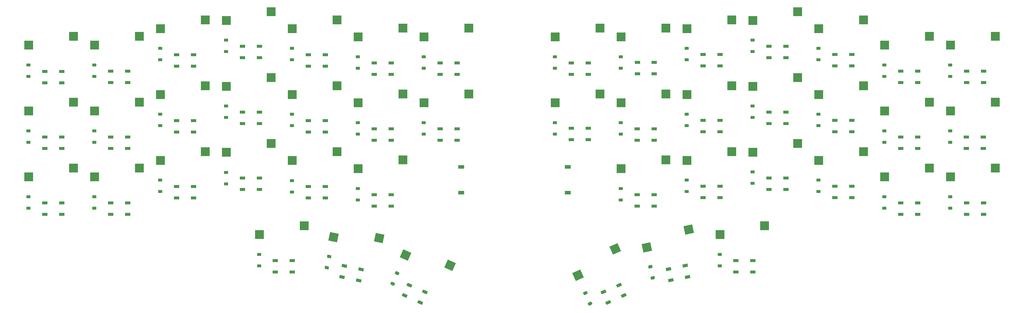
<source format=gbp>
%TF.GenerationSoftware,KiCad,Pcbnew,9.0.0*%
%TF.CreationDate,2025-03-23T14:50:21-06:00*%
%TF.ProjectId,travyboard,74726176-7962-46f6-9172-642e6b696361,rev?*%
%TF.SameCoordinates,Original*%
%TF.FileFunction,Paste,Bot*%
%TF.FilePolarity,Positive*%
%FSLAX46Y46*%
G04 Gerber Fmt 4.6, Leading zero omitted, Abs format (unit mm)*
G04 Created by KiCad (PCBNEW 9.0.0) date 2025-03-23 14:50:21*
%MOMM*%
%LPD*%
G01*
G04 APERTURE LIST*
G04 Aperture macros list*
%AMRoundRect*
0 Rectangle with rounded corners*
0 $1 Rounding radius*
0 $2 $3 $4 $5 $6 $7 $8 $9 X,Y pos of 4 corners*
0 Add a 4 corners polygon primitive as box body*
4,1,4,$2,$3,$4,$5,$6,$7,$8,$9,$2,$3,0*
0 Add four circle primitives for the rounded corners*
1,1,$1+$1,$2,$3*
1,1,$1+$1,$4,$5*
1,1,$1+$1,$6,$7*
1,1,$1+$1,$8,$9*
0 Add four rect primitives between the rounded corners*
20,1,$1+$1,$2,$3,$4,$5,0*
20,1,$1+$1,$4,$5,$6,$7,0*
20,1,$1+$1,$6,$7,$8,$9,0*
20,1,$1+$1,$8,$9,$2,$3,0*%
%AMRotRect*
0 Rectangle, with rotation*
0 The origin of the aperture is its center*
0 $1 length*
0 $2 width*
0 $3 Rotation angle, in degrees counterclockwise*
0 Add horizontal line*
21,1,$1,$2,0,0,$3*%
G04 Aperture macros list end*
%ADD10R,2.550000X2.500000*%
%ADD11RotRect,2.550000X2.500000X203.880000*%
%ADD12RotRect,2.550000X2.500000X191.940000*%
%ADD13RotRect,2.550000X2.500000X156.121000*%
%ADD14RotRect,2.550000X2.500000X168.061000*%
%ADD15RoundRect,0.225000X-0.375000X0.225000X-0.375000X-0.225000X0.375000X-0.225000X0.375000X0.225000X0*%
%ADD16RoundRect,0.225000X-0.413436X0.142549X-0.320337X-0.297715X0.413436X-0.142549X0.320337X0.297715X0*%
%ADD17R,1.500000X0.900000*%
%ADD18R,1.700000X1.000000*%
%ADD19RoundRect,0.225000X-0.251813X0.357547X-0.433983X-0.053931X0.251813X-0.357547X0.433983X0.053931X0*%
%ADD20RotRect,1.500000X0.900000X156.120000*%
%ADD21RoundRect,0.225000X-0.320337X0.297715X-0.413436X-0.142549X0.320337X-0.297715X0.413436X0.142549X0*%
%ADD22RotRect,1.500000X0.900000X203.880000*%
%ADD23RotRect,1.500000X0.900000X191.940000*%
%ADD24RotRect,1.500000X0.900000X168.060000*%
%ADD25RoundRect,0.225000X-0.433983X0.053931X-0.251813X-0.357547X0.433983X-0.053931X0.251813X0.357547X0*%
G04 APERTURE END LIST*
D10*
%TO.C,SW32*%
X283095794Y-52198831D03*
X296022794Y-49658831D03*
%TD*%
%TO.C,SW28*%
X206895730Y-49817831D03*
X219822730Y-47277831D03*
%TD*%
%TO.C,SW26*%
X283095794Y-33148815D03*
X296022794Y-30608815D03*
%TD*%
%TO.C,SW40*%
X235470778Y-87917847D03*
X248397778Y-85377847D03*
%TD*%
%TO.C,SW38*%
X283095794Y-71248847D03*
X296022794Y-68708847D03*
%TD*%
%TO.C,SW29*%
X225945762Y-47435831D03*
X238872762Y-44895831D03*
%TD*%
%TO.C,SW30*%
X244995762Y-45054831D03*
X257922762Y-42514831D03*
%TD*%
%TO.C,SW39*%
X302145810Y-71248847D03*
X315072810Y-68708847D03*
%TD*%
D11*
%TO.C,SW42*%
X194383252Y-99647998D03*
X205175392Y-92092294D03*
%TD*%
D10*
%TO.C,SW37*%
X264045778Y-66485847D03*
X276972778Y-63945847D03*
%TD*%
%TO.C,SW31*%
X264045778Y-47435831D03*
X276972778Y-44895831D03*
%TD*%
%TO.C,SW35*%
X225945746Y-66485847D03*
X238872746Y-63945847D03*
%TD*%
%TO.C,SW34*%
X206895730Y-68867847D03*
X219822730Y-66327847D03*
%TD*%
%TO.C,SW25*%
X264045778Y-28385815D03*
X276972778Y-25845815D03*
%TD*%
D12*
%TO.C,SW41*%
X214313676Y-91634561D03*
X226435504Y-86475082D03*
%TD*%
D10*
%TO.C,SW49*%
X187845730Y-30767815D03*
X200772730Y-28227815D03*
%TD*%
%TO.C,SW33*%
X302145810Y-52198831D03*
X315072810Y-49658831D03*
%TD*%
%TO.C,SW50*%
X187845730Y-49817831D03*
X200772730Y-47277831D03*
%TD*%
%TO.C,SW24*%
X244995762Y-26004815D03*
X257922762Y-23464815D03*
%TD*%
%TO.C,SW23*%
X225945746Y-28385815D03*
X238872746Y-25845815D03*
%TD*%
%TO.C,SW36*%
X244995762Y-64104847D03*
X257922762Y-61564847D03*
%TD*%
%TO.C,SW22*%
X206895730Y-30767815D03*
X219822730Y-28227815D03*
%TD*%
%TO.C,SW27*%
X302145810Y-33148815D03*
X315072810Y-30608815D03*
%TD*%
%TO.C,SW17*%
X111818766Y-66489601D03*
X124745766Y-63949601D03*
%TD*%
%TO.C,SW1*%
X35618734Y-33152073D03*
X48545734Y-30612073D03*
%TD*%
%TO.C,SW2*%
X54668750Y-33152073D03*
X67595750Y-30612073D03*
%TD*%
%TO.C,SW13*%
X35618734Y-71252105D03*
X48545734Y-68712105D03*
%TD*%
%TO.C,SW15*%
X73718766Y-66489601D03*
X86645766Y-63949601D03*
%TD*%
%TO.C,SW46*%
X149918766Y-49820585D03*
X162845766Y-47280585D03*
%TD*%
%TO.C,SW19*%
X102293790Y-87920869D03*
X115220790Y-85380869D03*
%TD*%
%TO.C,SW4*%
X92768750Y-26008073D03*
X105695750Y-23468073D03*
%TD*%
%TO.C,SW6*%
X130868750Y-30770073D03*
X143795750Y-28230073D03*
%TD*%
%TO.C,SW5*%
X111818750Y-28389073D03*
X124745750Y-25849073D03*
%TD*%
%TO.C,SW9*%
X73718766Y-47439585D03*
X86645766Y-44899585D03*
%TD*%
%TO.C,SW16*%
X92768766Y-64108601D03*
X105695766Y-61568601D03*
%TD*%
%TO.C,SW7*%
X35618734Y-52202089D03*
X48545734Y-49662089D03*
%TD*%
%TO.C,SW12*%
X130868766Y-49820585D03*
X143795766Y-47280585D03*
%TD*%
D13*
%TO.C,SW21*%
X144575069Y-93884803D03*
X157423757Y-96795154D03*
%TD*%
D10*
%TO.C,SW14*%
X54668750Y-71252105D03*
X67595750Y-68712105D03*
%TD*%
%TO.C,SW11*%
X111818766Y-47439585D03*
X124745766Y-44899585D03*
%TD*%
%TO.C,SW18*%
X130868766Y-68870601D03*
X143795766Y-66330601D03*
%TD*%
%TO.C,SW10*%
X92768766Y-45058585D03*
X105695766Y-42518585D03*
%TD*%
%TO.C,SW45*%
X149918750Y-30770073D03*
X162845750Y-28230073D03*
%TD*%
%TO.C,SW3*%
X73718750Y-28389073D03*
X86645750Y-25849073D03*
%TD*%
%TO.C,SW8*%
X54668750Y-52202089D03*
X67595750Y-49662089D03*
%TD*%
D14*
%TO.C,SW20*%
X123757394Y-88706102D03*
X136930213Y-88895257D03*
%TD*%
D15*
%TO.C,D26*%
X225860816Y-53156333D03*
X225860816Y-56456333D03*
%TD*%
D16*
%TO.C,D41*%
X215359970Y-97242613D03*
X216042698Y-100471217D03*
%TD*%
D17*
%TO.C,D84*%
X235454572Y-35892256D03*
X235454572Y-39192256D03*
X230554572Y-39192256D03*
X230554572Y-35892256D03*
%TD*%
D15*
%TO.C,D10*%
X92683839Y-50778340D03*
X92683839Y-54078340D03*
%TD*%
D17*
%TO.C,D85*%
X311654636Y-40654760D03*
X311654636Y-43954760D03*
X306754636Y-43954760D03*
X306754636Y-40654760D03*
%TD*%
D18*
%TO.C,J1*%
X160638734Y-68396823D03*
X160638734Y-75846823D03*
%TD*%
D19*
%TO.C,D39*%
X142142074Y-99090955D03*
X140806160Y-102108459D03*
%TD*%
D15*
%TO.C,D33*%
X244910832Y-69825097D03*
X244910832Y-73125097D03*
%TD*%
D17*
%TO.C,D76*%
X311585888Y-59704776D03*
X311585888Y-63004776D03*
X306685888Y-63004776D03*
X306685888Y-59704776D03*
%TD*%
D15*
%TO.C,D27*%
X244910832Y-50775081D03*
X244910832Y-54075081D03*
%TD*%
D17*
%TO.C,D55*%
X64177563Y-59708035D03*
X64177563Y-63008035D03*
X59277563Y-63008035D03*
X59277563Y-59708035D03*
%TD*%
D15*
%TO.C,D37*%
X102208847Y-93640876D03*
X102208847Y-96940876D03*
%TD*%
%TO.C,D2*%
X54583807Y-38872080D03*
X54583807Y-42172080D03*
%TD*%
D17*
%TO.C,D73*%
X273554604Y-35892256D03*
X273554604Y-39192256D03*
X268654604Y-39192256D03*
X268654604Y-35892256D03*
%TD*%
D15*
%TO.C,D31*%
X206810800Y-74587601D03*
X206810800Y-77887601D03*
%TD*%
%TO.C,D19*%
X206810800Y-36487569D03*
X206810800Y-39787569D03*
%TD*%
D17*
%TO.C,D48*%
X140377627Y-76376799D03*
X140377627Y-79676799D03*
X135477627Y-79676799D03*
X135477627Y-76376799D03*
%TD*%
%TO.C,D88*%
X273554604Y-54942272D03*
X273554604Y-58242272D03*
X268654604Y-58242272D03*
X268654604Y-54942272D03*
%TD*%
D15*
%TO.C,D1*%
X35533791Y-38872080D03*
X35533791Y-42172080D03*
%TD*%
D17*
%TO.C,D51*%
X83227579Y-73995547D03*
X83227579Y-77295547D03*
X78327579Y-77295547D03*
X78327579Y-73995547D03*
%TD*%
D15*
%TO.C,D45*%
X149833887Y-55540843D03*
X149833887Y-58840843D03*
%TD*%
D17*
%TO.C,D75*%
X254504588Y-71611036D03*
X254504588Y-74911036D03*
X249604588Y-74911036D03*
X249604588Y-71611036D03*
%TD*%
%TO.C,D67*%
X45127547Y-40722401D03*
X45127547Y-44022401D03*
X40227547Y-44022401D03*
X40227547Y-40722401D03*
%TD*%
%TO.C,D80*%
X244979580Y-95423556D03*
X244979580Y-98723556D03*
X240079580Y-98723556D03*
X240079580Y-95423556D03*
%TD*%
%TO.C,D69*%
X235454572Y-73992288D03*
X235454572Y-77292288D03*
X230554572Y-77292288D03*
X230554572Y-73992288D03*
%TD*%
%TO.C,D60*%
X159427643Y-57326782D03*
X159427643Y-60626782D03*
X154527643Y-60626782D03*
X154527643Y-57326782D03*
%TD*%
D20*
%TO.C,D43*%
X150122896Y-104535470D03*
X148786982Y-107552974D03*
X144306444Y-105569344D03*
X145642358Y-102551840D03*
%TD*%
D15*
%TO.C,D23*%
X283010864Y-38868821D03*
X283010864Y-42168821D03*
%TD*%
D17*
%TO.C,D62*%
X140377627Y-38276767D03*
X140377627Y-41576767D03*
X135477627Y-41576767D03*
X135477627Y-38276767D03*
%TD*%
D15*
%TO.C,D44*%
X149833887Y-36490828D03*
X149833887Y-39790828D03*
%TD*%
D21*
%TO.C,D38*%
X122489008Y-94296754D03*
X121806280Y-97525358D03*
%TD*%
D15*
%TO.C,D6*%
X130783871Y-36490828D03*
X130783871Y-39790828D03*
%TD*%
D17*
%TO.C,D81*%
X273554604Y-73992288D03*
X273554604Y-77292288D03*
X268654604Y-77292288D03*
X268654604Y-73992288D03*
%TD*%
%TO.C,D53*%
X45127547Y-78758051D03*
X45127547Y-82058051D03*
X40227547Y-82058051D03*
X40227547Y-78758051D03*
%TD*%
%TO.C,D66*%
X64177563Y-40658019D03*
X64177563Y-43958019D03*
X59277563Y-43958019D03*
X59277563Y-40658019D03*
%TD*%
%TO.C,D89*%
X197354540Y-57187585D03*
X197354540Y-60487585D03*
X192454540Y-60487585D03*
X192454540Y-57187585D03*
%TD*%
%TO.C,D63*%
X121327611Y-35895515D03*
X121327611Y-39195515D03*
X116427611Y-39195515D03*
X116427611Y-35895515D03*
%TD*%
D15*
%TO.C,D15*%
X73633823Y-72209608D03*
X73633823Y-75509608D03*
%TD*%
%TO.C,D20*%
X225860816Y-34106317D03*
X225860816Y-37406317D03*
%TD*%
%TO.C,D16*%
X92683839Y-69964295D03*
X92683839Y-73264295D03*
%TD*%
%TO.C,D25*%
X206810800Y-55537585D03*
X206810800Y-58837585D03*
%TD*%
%TO.C,D5*%
X111733855Y-34109576D03*
X111733855Y-37409576D03*
%TD*%
D17*
%TO.C,D87*%
X292604620Y-78754792D03*
X292604620Y-82054792D03*
X287704620Y-82054792D03*
X287704620Y-78754792D03*
%TD*%
D15*
%TO.C,D3*%
X73633823Y-34109576D03*
X73633823Y-37409576D03*
%TD*%
%TO.C,D22*%
X263960848Y-34106317D03*
X263960848Y-37406317D03*
%TD*%
%TO.C,D9*%
X73633823Y-53159592D03*
X73633823Y-56459592D03*
%TD*%
D17*
%TO.C,D56*%
X83227579Y-54945531D03*
X83227579Y-58245531D03*
X78327579Y-58245531D03*
X78327579Y-54945531D03*
%TD*%
D15*
%TO.C,D24*%
X302060880Y-38868821D03*
X302060880Y-42168821D03*
%TD*%
%TO.C,D18*%
X130783871Y-74590860D03*
X130783871Y-77890860D03*
%TD*%
D17*
%TO.C,D71*%
X254504588Y-52561020D03*
X254504588Y-55861020D03*
X249604588Y-55861020D03*
X249604588Y-52561020D03*
%TD*%
D22*
%TO.C,D68*%
X206281557Y-102528783D03*
X207617471Y-105546289D03*
X203136933Y-107529921D03*
X201801019Y-104512415D03*
%TD*%
D15*
%TO.C,D21*%
X244910832Y-31725065D03*
X244910832Y-35025065D03*
%TD*%
D23*
%TO.C,D74*%
X225371196Y-96927573D03*
X226053924Y-100156177D03*
X221259936Y-101169925D03*
X220577208Y-97941321D03*
%TD*%
D17*
%TO.C,D58*%
X121327611Y-54945531D03*
X121327611Y-58245531D03*
X116427611Y-58245531D03*
X116427611Y-54945531D03*
%TD*%
%TO.C,D49*%
X121327611Y-73995547D03*
X121327611Y-77295547D03*
X116427611Y-77295547D03*
X116427611Y-73995547D03*
%TD*%
%TO.C,D83*%
X216404556Y-57323524D03*
X216404556Y-60623524D03*
X211504556Y-60623524D03*
X211504556Y-57323524D03*
%TD*%
D15*
%TO.C,D13*%
X35533791Y-76972112D03*
X35533791Y-80272112D03*
%TD*%
D17*
%TO.C,D47*%
X111802603Y-95426815D03*
X111802603Y-98726815D03*
X106902603Y-98726815D03*
X106902603Y-95426815D03*
%TD*%
D15*
%TO.C,D91*%
X187760800Y-36487569D03*
X187760800Y-39787569D03*
%TD*%
%TO.C,D42*%
X235385824Y-93637617D03*
X235385824Y-96937617D03*
%TD*%
D17*
%TO.C,D57*%
X102277595Y-52564279D03*
X102277595Y-55864279D03*
X97377595Y-55864279D03*
X97377595Y-52564279D03*
%TD*%
%TO.C,D72*%
X197354540Y-38273508D03*
X197354540Y-41573508D03*
X192454540Y-41573508D03*
X192454540Y-38273508D03*
%TD*%
D15*
%TO.C,D12*%
X130783871Y-55540844D03*
X130783871Y-58840844D03*
%TD*%
%TO.C,D7*%
X35533791Y-57922096D03*
X35533791Y-61222096D03*
%TD*%
D18*
%TO.C,J2*%
X191468710Y-75847298D03*
X191468710Y-68397298D03*
%TD*%
D17*
%TO.C,D52*%
X64177563Y-78758051D03*
X64177563Y-82058051D03*
X59277563Y-82058051D03*
X59277563Y-78758051D03*
%TD*%
%TO.C,D90*%
X254504588Y-33511004D03*
X254504588Y-36811004D03*
X249604588Y-36811004D03*
X249604588Y-33511004D03*
%TD*%
D15*
%TO.C,D34*%
X263960848Y-72206349D03*
X263960848Y-75506349D03*
%TD*%
%TO.C,D11*%
X111733855Y-53159592D03*
X111733855Y-56459592D03*
%TD*%
D24*
%TO.C,D46*%
X131694168Y-98023349D03*
X131011440Y-101251953D03*
X126217452Y-100238205D03*
X126900180Y-97009601D03*
%TD*%
D17*
%TO.C,D79*%
X292604620Y-40654760D03*
X292604620Y-43954760D03*
X287704620Y-43954760D03*
X287704620Y-40654760D03*
%TD*%
%TO.C,D77*%
X235454572Y-54942272D03*
X235454572Y-58242272D03*
X230554572Y-58242272D03*
X230554572Y-54942272D03*
%TD*%
%TO.C,D50*%
X102277595Y-71614295D03*
X102277595Y-74914295D03*
X97377595Y-74914295D03*
X97377595Y-71614295D03*
%TD*%
%TO.C,D65*%
X83227579Y-35895515D03*
X83227579Y-39195515D03*
X78327579Y-39195515D03*
X78327579Y-35895515D03*
%TD*%
%TO.C,D59*%
X140377627Y-57326783D03*
X140377627Y-60626783D03*
X135477627Y-60626783D03*
X135477627Y-57326783D03*
%TD*%
D15*
%TO.C,D32*%
X225860816Y-72206349D03*
X225860816Y-75506349D03*
%TD*%
%TO.C,D4*%
X92683839Y-31728324D03*
X92683839Y-35028324D03*
%TD*%
D25*
%TO.C,D40*%
X196578345Y-104854168D03*
X197914259Y-107871672D03*
%TD*%
D15*
%TO.C,D29*%
X283010864Y-57918837D03*
X283010864Y-61218837D03*
%TD*%
D17*
%TO.C,D64*%
X102277595Y-33514263D03*
X102277595Y-36814263D03*
X97377595Y-36814263D03*
X97377595Y-33514263D03*
%TD*%
%TO.C,D61*%
X159427643Y-38276767D03*
X159427643Y-41576767D03*
X154527643Y-41576767D03*
X154527643Y-38276767D03*
%TD*%
D15*
%TO.C,D30*%
X302060880Y-57918837D03*
X302060880Y-61218837D03*
%TD*%
%TO.C,D14*%
X54583807Y-76972112D03*
X54583807Y-80272112D03*
%TD*%
D17*
%TO.C,D70*%
X311654636Y-78754792D03*
X311654636Y-82054792D03*
X306754636Y-82054792D03*
X306754636Y-78754792D03*
%TD*%
%TO.C,D54*%
X45127547Y-59708035D03*
X45127547Y-63008035D03*
X40227547Y-63008035D03*
X40227547Y-59708035D03*
%TD*%
D15*
%TO.C,D35*%
X283010864Y-76968853D03*
X283010864Y-80268853D03*
%TD*%
D17*
%TO.C,D86*%
X216404556Y-76373540D03*
X216404556Y-79673540D03*
X211504556Y-79673540D03*
X211504556Y-76373540D03*
%TD*%
%TO.C,D82*%
X292604620Y-59704776D03*
X292604620Y-63004776D03*
X287704620Y-63004776D03*
X287704620Y-59704776D03*
%TD*%
D15*
%TO.C,D8*%
X54583807Y-57922096D03*
X54583807Y-61222096D03*
%TD*%
%TO.C,D36*%
X302060880Y-76968853D03*
X302060880Y-80268853D03*
%TD*%
%TO.C,D92*%
X187760800Y-55537585D03*
X187760800Y-58837585D03*
%TD*%
%TO.C,D28*%
X263960848Y-53156333D03*
X263960848Y-56456333D03*
%TD*%
D17*
%TO.C,D78*%
X216473304Y-38137569D03*
X216473304Y-41437569D03*
X211573304Y-41437569D03*
X211573304Y-38137569D03*
%TD*%
D15*
%TO.C,D17*%
X111733855Y-72345547D03*
X111733855Y-75645547D03*
%TD*%
M02*

</source>
